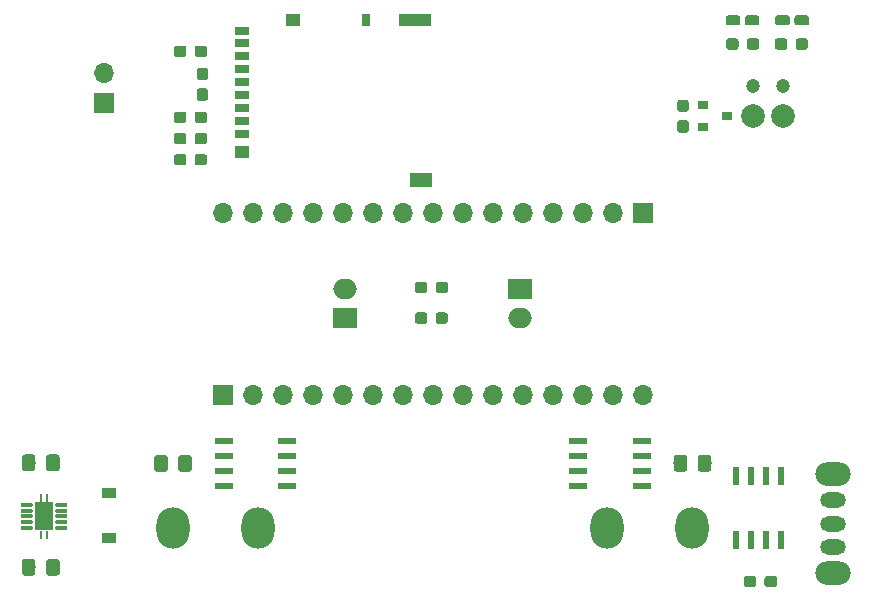
<source format=gbs>
G04 #@! TF.GenerationSoftware,KiCad,Pcbnew,(5.0.0)*
G04 #@! TF.CreationDate,2020-02-21T23:41:42+09:00*
G04 #@! TF.ProjectId,MiniRoverShield,4D696E69526F766572536869656C642E,rev?*
G04 #@! TF.SameCoordinates,Original*
G04 #@! TF.FileFunction,Soldermask,Bot*
G04 #@! TF.FilePolarity,Negative*
%FSLAX46Y46*%
G04 Gerber Fmt 4.6, Leading zero omitted, Abs format (unit mm)*
G04 Created by KiCad (PCBNEW (5.0.0)) date 02/21/20 23:41:42*
%MOMM*%
%LPD*%
G01*
G04 APERTURE LIST*
%ADD10C,0.100000*%
%ADD11C,0.950000*%
%ADD12R,0.600000X1.550000*%
%ADD13R,1.550000X0.600000*%
%ADD14C,0.850000*%
%ADD15C,1.150000*%
%ADD16O,2.000000X1.700000*%
%ADD17R,2.000000X1.700000*%
%ADD18R,1.700000X1.700000*%
%ADD19O,1.700000X1.700000*%
%ADD20O,0.990000X0.420000*%
%ADD21R,0.420000X0.420000*%
%ADD22R,0.680000X1.050000*%
%ADD23R,0.280000X0.700000*%
%ADD24R,0.260000X0.500000*%
%ADD25R,1.650000X2.400000*%
%ADD26C,0.600000*%
%ADD27R,0.900000X0.800000*%
%ADD28C,2.000000*%
%ADD29C,1.200000*%
%ADD30R,1.300000X0.900000*%
%ADD31O,2.800000X3.500000*%
%ADD32R,1.200000X0.700000*%
%ADD33R,1.200000X1.000000*%
%ADD34R,0.800000X1.000000*%
%ADD35R,2.800000X1.000000*%
%ADD36R,1.900000X1.300000*%
%ADD37O,3.000000X2.000000*%
%ADD38O,2.200000X1.300000*%
G04 APERTURE END LIST*
D10*
G04 #@! TO.C,C3*
G36*
X58810779Y-54681144D02*
X58833834Y-54684563D01*
X58856443Y-54690227D01*
X58878387Y-54698079D01*
X58899457Y-54708044D01*
X58919448Y-54720026D01*
X58938168Y-54733910D01*
X58955438Y-54749562D01*
X58971090Y-54766832D01*
X58984974Y-54785552D01*
X58996956Y-54805543D01*
X59006921Y-54826613D01*
X59014773Y-54848557D01*
X59020437Y-54871166D01*
X59023856Y-54894221D01*
X59025000Y-54917500D01*
X59025000Y-55492500D01*
X59023856Y-55515779D01*
X59020437Y-55538834D01*
X59014773Y-55561443D01*
X59006921Y-55583387D01*
X58996956Y-55604457D01*
X58984974Y-55624448D01*
X58971090Y-55643168D01*
X58955438Y-55660438D01*
X58938168Y-55676090D01*
X58919448Y-55689974D01*
X58899457Y-55701956D01*
X58878387Y-55711921D01*
X58856443Y-55719773D01*
X58833834Y-55725437D01*
X58810779Y-55728856D01*
X58787500Y-55730000D01*
X58312500Y-55730000D01*
X58289221Y-55728856D01*
X58266166Y-55725437D01*
X58243557Y-55719773D01*
X58221613Y-55711921D01*
X58200543Y-55701956D01*
X58180552Y-55689974D01*
X58161832Y-55676090D01*
X58144562Y-55660438D01*
X58128910Y-55643168D01*
X58115026Y-55624448D01*
X58103044Y-55604457D01*
X58093079Y-55583387D01*
X58085227Y-55561443D01*
X58079563Y-55538834D01*
X58076144Y-55515779D01*
X58075000Y-55492500D01*
X58075000Y-54917500D01*
X58076144Y-54894221D01*
X58079563Y-54871166D01*
X58085227Y-54848557D01*
X58093079Y-54826613D01*
X58103044Y-54805543D01*
X58115026Y-54785552D01*
X58128910Y-54766832D01*
X58144562Y-54749562D01*
X58161832Y-54733910D01*
X58180552Y-54720026D01*
X58200543Y-54708044D01*
X58221613Y-54698079D01*
X58243557Y-54690227D01*
X58266166Y-54684563D01*
X58289221Y-54681144D01*
X58312500Y-54680000D01*
X58787500Y-54680000D01*
X58810779Y-54681144D01*
X58810779Y-54681144D01*
G37*
D11*
X58550000Y-55205000D03*
D10*
G36*
X58810779Y-52931144D02*
X58833834Y-52934563D01*
X58856443Y-52940227D01*
X58878387Y-52948079D01*
X58899457Y-52958044D01*
X58919448Y-52970026D01*
X58938168Y-52983910D01*
X58955438Y-52999562D01*
X58971090Y-53016832D01*
X58984974Y-53035552D01*
X58996956Y-53055543D01*
X59006921Y-53076613D01*
X59014773Y-53098557D01*
X59020437Y-53121166D01*
X59023856Y-53144221D01*
X59025000Y-53167500D01*
X59025000Y-53742500D01*
X59023856Y-53765779D01*
X59020437Y-53788834D01*
X59014773Y-53811443D01*
X59006921Y-53833387D01*
X58996956Y-53854457D01*
X58984974Y-53874448D01*
X58971090Y-53893168D01*
X58955438Y-53910438D01*
X58938168Y-53926090D01*
X58919448Y-53939974D01*
X58899457Y-53951956D01*
X58878387Y-53961921D01*
X58856443Y-53969773D01*
X58833834Y-53975437D01*
X58810779Y-53978856D01*
X58787500Y-53980000D01*
X58312500Y-53980000D01*
X58289221Y-53978856D01*
X58266166Y-53975437D01*
X58243557Y-53969773D01*
X58221613Y-53961921D01*
X58200543Y-53951956D01*
X58180552Y-53939974D01*
X58161832Y-53926090D01*
X58144562Y-53910438D01*
X58128910Y-53893168D01*
X58115026Y-53874448D01*
X58103044Y-53854457D01*
X58093079Y-53833387D01*
X58085227Y-53811443D01*
X58079563Y-53788834D01*
X58076144Y-53765779D01*
X58075000Y-53742500D01*
X58075000Y-53167500D01*
X58076144Y-53144221D01*
X58079563Y-53121166D01*
X58085227Y-53098557D01*
X58093079Y-53076613D01*
X58103044Y-53055543D01*
X58115026Y-53035552D01*
X58128910Y-53016832D01*
X58144562Y-52999562D01*
X58161832Y-52983910D01*
X58180552Y-52970026D01*
X58200543Y-52958044D01*
X58221613Y-52948079D01*
X58243557Y-52940227D01*
X58266166Y-52934563D01*
X58289221Y-52931144D01*
X58312500Y-52930000D01*
X58787500Y-52930000D01*
X58810779Y-52931144D01*
X58810779Y-52931144D01*
G37*
D11*
X58550000Y-53455000D03*
G04 #@! TD*
D12*
G04 #@! TO.C,Q1*
X107555000Y-92880000D03*
X106285000Y-92880000D03*
X105015000Y-92880000D03*
X103745000Y-92880000D03*
X103745000Y-87480000D03*
X105015000Y-87480000D03*
X106285000Y-87480000D03*
X107555000Y-87480000D03*
G04 #@! TD*
D13*
G04 #@! TO.C,U4*
X90350000Y-84525000D03*
X90350000Y-85795000D03*
X90350000Y-87065000D03*
X90350000Y-88335000D03*
X95750000Y-88335000D03*
X95750000Y-87065000D03*
X95750000Y-85795000D03*
X95750000Y-84525000D03*
G04 #@! TD*
G04 #@! TO.C,U3*
X65750000Y-84525000D03*
X65750000Y-85795000D03*
X65750000Y-87065000D03*
X65750000Y-88335000D03*
X60350000Y-88335000D03*
X60350000Y-87065000D03*
X60350000Y-85795000D03*
X60350000Y-84525000D03*
G04 #@! TD*
D10*
G04 #@! TO.C,D2*
G36*
X109720829Y-48506023D02*
X109741457Y-48509083D01*
X109761685Y-48514150D01*
X109781320Y-48521176D01*
X109800172Y-48530092D01*
X109818059Y-48540813D01*
X109834809Y-48553235D01*
X109850260Y-48567240D01*
X109864265Y-48582691D01*
X109876687Y-48599441D01*
X109887408Y-48617328D01*
X109896324Y-48636180D01*
X109903350Y-48655815D01*
X109908417Y-48676043D01*
X109911477Y-48696671D01*
X109912500Y-48717500D01*
X109912500Y-49142500D01*
X109911477Y-49163329D01*
X109908417Y-49183957D01*
X109903350Y-49204185D01*
X109896324Y-49223820D01*
X109887408Y-49242672D01*
X109876687Y-49260559D01*
X109864265Y-49277309D01*
X109850260Y-49292760D01*
X109834809Y-49306765D01*
X109818059Y-49319187D01*
X109800172Y-49329908D01*
X109781320Y-49338824D01*
X109761685Y-49345850D01*
X109741457Y-49350917D01*
X109720829Y-49353977D01*
X109700000Y-49355000D01*
X108900000Y-49355000D01*
X108879171Y-49353977D01*
X108858543Y-49350917D01*
X108838315Y-49345850D01*
X108818680Y-49338824D01*
X108799828Y-49329908D01*
X108781941Y-49319187D01*
X108765191Y-49306765D01*
X108749740Y-49292760D01*
X108735735Y-49277309D01*
X108723313Y-49260559D01*
X108712592Y-49242672D01*
X108703676Y-49223820D01*
X108696650Y-49204185D01*
X108691583Y-49183957D01*
X108688523Y-49163329D01*
X108687500Y-49142500D01*
X108687500Y-48717500D01*
X108688523Y-48696671D01*
X108691583Y-48676043D01*
X108696650Y-48655815D01*
X108703676Y-48636180D01*
X108712592Y-48617328D01*
X108723313Y-48599441D01*
X108735735Y-48582691D01*
X108749740Y-48567240D01*
X108765191Y-48553235D01*
X108781941Y-48540813D01*
X108799828Y-48530092D01*
X108818680Y-48521176D01*
X108838315Y-48514150D01*
X108858543Y-48509083D01*
X108879171Y-48506023D01*
X108900000Y-48505000D01*
X109700000Y-48505000D01*
X109720829Y-48506023D01*
X109720829Y-48506023D01*
G37*
D14*
X109300000Y-48930000D03*
D10*
G36*
X108095829Y-48506023D02*
X108116457Y-48509083D01*
X108136685Y-48514150D01*
X108156320Y-48521176D01*
X108175172Y-48530092D01*
X108193059Y-48540813D01*
X108209809Y-48553235D01*
X108225260Y-48567240D01*
X108239265Y-48582691D01*
X108251687Y-48599441D01*
X108262408Y-48617328D01*
X108271324Y-48636180D01*
X108278350Y-48655815D01*
X108283417Y-48676043D01*
X108286477Y-48696671D01*
X108287500Y-48717500D01*
X108287500Y-49142500D01*
X108286477Y-49163329D01*
X108283417Y-49183957D01*
X108278350Y-49204185D01*
X108271324Y-49223820D01*
X108262408Y-49242672D01*
X108251687Y-49260559D01*
X108239265Y-49277309D01*
X108225260Y-49292760D01*
X108209809Y-49306765D01*
X108193059Y-49319187D01*
X108175172Y-49329908D01*
X108156320Y-49338824D01*
X108136685Y-49345850D01*
X108116457Y-49350917D01*
X108095829Y-49353977D01*
X108075000Y-49355000D01*
X107275000Y-49355000D01*
X107254171Y-49353977D01*
X107233543Y-49350917D01*
X107213315Y-49345850D01*
X107193680Y-49338824D01*
X107174828Y-49329908D01*
X107156941Y-49319187D01*
X107140191Y-49306765D01*
X107124740Y-49292760D01*
X107110735Y-49277309D01*
X107098313Y-49260559D01*
X107087592Y-49242672D01*
X107078676Y-49223820D01*
X107071650Y-49204185D01*
X107066583Y-49183957D01*
X107063523Y-49163329D01*
X107062500Y-49142500D01*
X107062500Y-48717500D01*
X107063523Y-48696671D01*
X107066583Y-48676043D01*
X107071650Y-48655815D01*
X107078676Y-48636180D01*
X107087592Y-48617328D01*
X107098313Y-48599441D01*
X107110735Y-48582691D01*
X107124740Y-48567240D01*
X107140191Y-48553235D01*
X107156941Y-48540813D01*
X107174828Y-48530092D01*
X107193680Y-48521176D01*
X107213315Y-48514150D01*
X107233543Y-48509083D01*
X107254171Y-48506023D01*
X107275000Y-48505000D01*
X108075000Y-48505000D01*
X108095829Y-48506023D01*
X108095829Y-48506023D01*
G37*
D14*
X107675000Y-48930000D03*
G04 #@! TD*
D10*
G04 #@! TO.C,D1*
G36*
X103908329Y-48506023D02*
X103928957Y-48509083D01*
X103949185Y-48514150D01*
X103968820Y-48521176D01*
X103987672Y-48530092D01*
X104005559Y-48540813D01*
X104022309Y-48553235D01*
X104037760Y-48567240D01*
X104051765Y-48582691D01*
X104064187Y-48599441D01*
X104074908Y-48617328D01*
X104083824Y-48636180D01*
X104090850Y-48655815D01*
X104095917Y-48676043D01*
X104098977Y-48696671D01*
X104100000Y-48717500D01*
X104100000Y-49142500D01*
X104098977Y-49163329D01*
X104095917Y-49183957D01*
X104090850Y-49204185D01*
X104083824Y-49223820D01*
X104074908Y-49242672D01*
X104064187Y-49260559D01*
X104051765Y-49277309D01*
X104037760Y-49292760D01*
X104022309Y-49306765D01*
X104005559Y-49319187D01*
X103987672Y-49329908D01*
X103968820Y-49338824D01*
X103949185Y-49345850D01*
X103928957Y-49350917D01*
X103908329Y-49353977D01*
X103887500Y-49355000D01*
X103087500Y-49355000D01*
X103066671Y-49353977D01*
X103046043Y-49350917D01*
X103025815Y-49345850D01*
X103006180Y-49338824D01*
X102987328Y-49329908D01*
X102969441Y-49319187D01*
X102952691Y-49306765D01*
X102937240Y-49292760D01*
X102923235Y-49277309D01*
X102910813Y-49260559D01*
X102900092Y-49242672D01*
X102891176Y-49223820D01*
X102884150Y-49204185D01*
X102879083Y-49183957D01*
X102876023Y-49163329D01*
X102875000Y-49142500D01*
X102875000Y-48717500D01*
X102876023Y-48696671D01*
X102879083Y-48676043D01*
X102884150Y-48655815D01*
X102891176Y-48636180D01*
X102900092Y-48617328D01*
X102910813Y-48599441D01*
X102923235Y-48582691D01*
X102937240Y-48567240D01*
X102952691Y-48553235D01*
X102969441Y-48540813D01*
X102987328Y-48530092D01*
X103006180Y-48521176D01*
X103025815Y-48514150D01*
X103046043Y-48509083D01*
X103066671Y-48506023D01*
X103087500Y-48505000D01*
X103887500Y-48505000D01*
X103908329Y-48506023D01*
X103908329Y-48506023D01*
G37*
D14*
X103487500Y-48930000D03*
D10*
G36*
X105533329Y-48506023D02*
X105553957Y-48509083D01*
X105574185Y-48514150D01*
X105593820Y-48521176D01*
X105612672Y-48530092D01*
X105630559Y-48540813D01*
X105647309Y-48553235D01*
X105662760Y-48567240D01*
X105676765Y-48582691D01*
X105689187Y-48599441D01*
X105699908Y-48617328D01*
X105708824Y-48636180D01*
X105715850Y-48655815D01*
X105720917Y-48676043D01*
X105723977Y-48696671D01*
X105725000Y-48717500D01*
X105725000Y-49142500D01*
X105723977Y-49163329D01*
X105720917Y-49183957D01*
X105715850Y-49204185D01*
X105708824Y-49223820D01*
X105699908Y-49242672D01*
X105689187Y-49260559D01*
X105676765Y-49277309D01*
X105662760Y-49292760D01*
X105647309Y-49306765D01*
X105630559Y-49319187D01*
X105612672Y-49329908D01*
X105593820Y-49338824D01*
X105574185Y-49345850D01*
X105553957Y-49350917D01*
X105533329Y-49353977D01*
X105512500Y-49355000D01*
X104712500Y-49355000D01*
X104691671Y-49353977D01*
X104671043Y-49350917D01*
X104650815Y-49345850D01*
X104631180Y-49338824D01*
X104612328Y-49329908D01*
X104594441Y-49319187D01*
X104577691Y-49306765D01*
X104562240Y-49292760D01*
X104548235Y-49277309D01*
X104535813Y-49260559D01*
X104525092Y-49242672D01*
X104516176Y-49223820D01*
X104509150Y-49204185D01*
X104504083Y-49183957D01*
X104501023Y-49163329D01*
X104500000Y-49142500D01*
X104500000Y-48717500D01*
X104501023Y-48696671D01*
X104504083Y-48676043D01*
X104509150Y-48655815D01*
X104516176Y-48636180D01*
X104525092Y-48617328D01*
X104535813Y-48599441D01*
X104548235Y-48582691D01*
X104562240Y-48567240D01*
X104577691Y-48553235D01*
X104594441Y-48540813D01*
X104612328Y-48530092D01*
X104631180Y-48521176D01*
X104650815Y-48514150D01*
X104671043Y-48509083D01*
X104691671Y-48506023D01*
X104712500Y-48505000D01*
X105512500Y-48505000D01*
X105533329Y-48506023D01*
X105533329Y-48506023D01*
G37*
D14*
X105112500Y-48930000D03*
G04 #@! TD*
D10*
G04 #@! TO.C,C1*
G36*
X46249505Y-94531204D02*
X46273773Y-94534804D01*
X46297572Y-94540765D01*
X46320671Y-94549030D01*
X46342850Y-94559520D01*
X46363893Y-94572132D01*
X46383599Y-94586747D01*
X46401777Y-94603223D01*
X46418253Y-94621401D01*
X46432868Y-94641107D01*
X46445480Y-94662150D01*
X46455970Y-94684329D01*
X46464235Y-94707428D01*
X46470196Y-94731227D01*
X46473796Y-94755495D01*
X46475000Y-94779999D01*
X46475000Y-95680001D01*
X46473796Y-95704505D01*
X46470196Y-95728773D01*
X46464235Y-95752572D01*
X46455970Y-95775671D01*
X46445480Y-95797850D01*
X46432868Y-95818893D01*
X46418253Y-95838599D01*
X46401777Y-95856777D01*
X46383599Y-95873253D01*
X46363893Y-95887868D01*
X46342850Y-95900480D01*
X46320671Y-95910970D01*
X46297572Y-95919235D01*
X46273773Y-95925196D01*
X46249505Y-95928796D01*
X46225001Y-95930000D01*
X45574999Y-95930000D01*
X45550495Y-95928796D01*
X45526227Y-95925196D01*
X45502428Y-95919235D01*
X45479329Y-95910970D01*
X45457150Y-95900480D01*
X45436107Y-95887868D01*
X45416401Y-95873253D01*
X45398223Y-95856777D01*
X45381747Y-95838599D01*
X45367132Y-95818893D01*
X45354520Y-95797850D01*
X45344030Y-95775671D01*
X45335765Y-95752572D01*
X45329804Y-95728773D01*
X45326204Y-95704505D01*
X45325000Y-95680001D01*
X45325000Y-94779999D01*
X45326204Y-94755495D01*
X45329804Y-94731227D01*
X45335765Y-94707428D01*
X45344030Y-94684329D01*
X45354520Y-94662150D01*
X45367132Y-94641107D01*
X45381747Y-94621401D01*
X45398223Y-94603223D01*
X45416401Y-94586747D01*
X45436107Y-94572132D01*
X45457150Y-94559520D01*
X45479329Y-94549030D01*
X45502428Y-94540765D01*
X45526227Y-94534804D01*
X45550495Y-94531204D01*
X45574999Y-94530000D01*
X46225001Y-94530000D01*
X46249505Y-94531204D01*
X46249505Y-94531204D01*
G37*
D15*
X45900000Y-95230000D03*
D10*
G36*
X44199505Y-94531204D02*
X44223773Y-94534804D01*
X44247572Y-94540765D01*
X44270671Y-94549030D01*
X44292850Y-94559520D01*
X44313893Y-94572132D01*
X44333599Y-94586747D01*
X44351777Y-94603223D01*
X44368253Y-94621401D01*
X44382868Y-94641107D01*
X44395480Y-94662150D01*
X44405970Y-94684329D01*
X44414235Y-94707428D01*
X44420196Y-94731227D01*
X44423796Y-94755495D01*
X44425000Y-94779999D01*
X44425000Y-95680001D01*
X44423796Y-95704505D01*
X44420196Y-95728773D01*
X44414235Y-95752572D01*
X44405970Y-95775671D01*
X44395480Y-95797850D01*
X44382868Y-95818893D01*
X44368253Y-95838599D01*
X44351777Y-95856777D01*
X44333599Y-95873253D01*
X44313893Y-95887868D01*
X44292850Y-95900480D01*
X44270671Y-95910970D01*
X44247572Y-95919235D01*
X44223773Y-95925196D01*
X44199505Y-95928796D01*
X44175001Y-95930000D01*
X43524999Y-95930000D01*
X43500495Y-95928796D01*
X43476227Y-95925196D01*
X43452428Y-95919235D01*
X43429329Y-95910970D01*
X43407150Y-95900480D01*
X43386107Y-95887868D01*
X43366401Y-95873253D01*
X43348223Y-95856777D01*
X43331747Y-95838599D01*
X43317132Y-95818893D01*
X43304520Y-95797850D01*
X43294030Y-95775671D01*
X43285765Y-95752572D01*
X43279804Y-95728773D01*
X43276204Y-95704505D01*
X43275000Y-95680001D01*
X43275000Y-94779999D01*
X43276204Y-94755495D01*
X43279804Y-94731227D01*
X43285765Y-94707428D01*
X43294030Y-94684329D01*
X43304520Y-94662150D01*
X43317132Y-94641107D01*
X43331747Y-94621401D01*
X43348223Y-94603223D01*
X43366401Y-94586747D01*
X43386107Y-94572132D01*
X43407150Y-94559520D01*
X43429329Y-94549030D01*
X43452428Y-94540765D01*
X43476227Y-94534804D01*
X43500495Y-94531204D01*
X43524999Y-94530000D01*
X44175001Y-94530000D01*
X44199505Y-94531204D01*
X44199505Y-94531204D01*
G37*
D15*
X43850000Y-95230000D03*
G04 #@! TD*
D10*
G04 #@! TO.C,C2*
G36*
X46249505Y-85681204D02*
X46273773Y-85684804D01*
X46297572Y-85690765D01*
X46320671Y-85699030D01*
X46342850Y-85709520D01*
X46363893Y-85722132D01*
X46383599Y-85736747D01*
X46401777Y-85753223D01*
X46418253Y-85771401D01*
X46432868Y-85791107D01*
X46445480Y-85812150D01*
X46455970Y-85834329D01*
X46464235Y-85857428D01*
X46470196Y-85881227D01*
X46473796Y-85905495D01*
X46475000Y-85929999D01*
X46475000Y-86830001D01*
X46473796Y-86854505D01*
X46470196Y-86878773D01*
X46464235Y-86902572D01*
X46455970Y-86925671D01*
X46445480Y-86947850D01*
X46432868Y-86968893D01*
X46418253Y-86988599D01*
X46401777Y-87006777D01*
X46383599Y-87023253D01*
X46363893Y-87037868D01*
X46342850Y-87050480D01*
X46320671Y-87060970D01*
X46297572Y-87069235D01*
X46273773Y-87075196D01*
X46249505Y-87078796D01*
X46225001Y-87080000D01*
X45574999Y-87080000D01*
X45550495Y-87078796D01*
X45526227Y-87075196D01*
X45502428Y-87069235D01*
X45479329Y-87060970D01*
X45457150Y-87050480D01*
X45436107Y-87037868D01*
X45416401Y-87023253D01*
X45398223Y-87006777D01*
X45381747Y-86988599D01*
X45367132Y-86968893D01*
X45354520Y-86947850D01*
X45344030Y-86925671D01*
X45335765Y-86902572D01*
X45329804Y-86878773D01*
X45326204Y-86854505D01*
X45325000Y-86830001D01*
X45325000Y-85929999D01*
X45326204Y-85905495D01*
X45329804Y-85881227D01*
X45335765Y-85857428D01*
X45344030Y-85834329D01*
X45354520Y-85812150D01*
X45367132Y-85791107D01*
X45381747Y-85771401D01*
X45398223Y-85753223D01*
X45416401Y-85736747D01*
X45436107Y-85722132D01*
X45457150Y-85709520D01*
X45479329Y-85699030D01*
X45502428Y-85690765D01*
X45526227Y-85684804D01*
X45550495Y-85681204D01*
X45574999Y-85680000D01*
X46225001Y-85680000D01*
X46249505Y-85681204D01*
X46249505Y-85681204D01*
G37*
D15*
X45900000Y-86380000D03*
D10*
G36*
X44199505Y-85681204D02*
X44223773Y-85684804D01*
X44247572Y-85690765D01*
X44270671Y-85699030D01*
X44292850Y-85709520D01*
X44313893Y-85722132D01*
X44333599Y-85736747D01*
X44351777Y-85753223D01*
X44368253Y-85771401D01*
X44382868Y-85791107D01*
X44395480Y-85812150D01*
X44405970Y-85834329D01*
X44414235Y-85857428D01*
X44420196Y-85881227D01*
X44423796Y-85905495D01*
X44425000Y-85929999D01*
X44425000Y-86830001D01*
X44423796Y-86854505D01*
X44420196Y-86878773D01*
X44414235Y-86902572D01*
X44405970Y-86925671D01*
X44395480Y-86947850D01*
X44382868Y-86968893D01*
X44368253Y-86988599D01*
X44351777Y-87006777D01*
X44333599Y-87023253D01*
X44313893Y-87037868D01*
X44292850Y-87050480D01*
X44270671Y-87060970D01*
X44247572Y-87069235D01*
X44223773Y-87075196D01*
X44199505Y-87078796D01*
X44175001Y-87080000D01*
X43524999Y-87080000D01*
X43500495Y-87078796D01*
X43476227Y-87075196D01*
X43452428Y-87069235D01*
X43429329Y-87060970D01*
X43407150Y-87050480D01*
X43386107Y-87037868D01*
X43366401Y-87023253D01*
X43348223Y-87006777D01*
X43331747Y-86988599D01*
X43317132Y-86968893D01*
X43304520Y-86947850D01*
X43294030Y-86925671D01*
X43285765Y-86902572D01*
X43279804Y-86878773D01*
X43276204Y-86854505D01*
X43275000Y-86830001D01*
X43275000Y-85929999D01*
X43276204Y-85905495D01*
X43279804Y-85881227D01*
X43285765Y-85857428D01*
X43294030Y-85834329D01*
X43304520Y-85812150D01*
X43317132Y-85791107D01*
X43331747Y-85771401D01*
X43348223Y-85753223D01*
X43366401Y-85736747D01*
X43386107Y-85722132D01*
X43407150Y-85709520D01*
X43429329Y-85699030D01*
X43452428Y-85690765D01*
X43476227Y-85684804D01*
X43500495Y-85681204D01*
X43524999Y-85680000D01*
X44175001Y-85680000D01*
X44199505Y-85681204D01*
X44199505Y-85681204D01*
G37*
D15*
X43850000Y-86380000D03*
G04 #@! TD*
D10*
G04 #@! TO.C,C4*
G36*
X55399505Y-85731204D02*
X55423773Y-85734804D01*
X55447572Y-85740765D01*
X55470671Y-85749030D01*
X55492850Y-85759520D01*
X55513893Y-85772132D01*
X55533599Y-85786747D01*
X55551777Y-85803223D01*
X55568253Y-85821401D01*
X55582868Y-85841107D01*
X55595480Y-85862150D01*
X55605970Y-85884329D01*
X55614235Y-85907428D01*
X55620196Y-85931227D01*
X55623796Y-85955495D01*
X55625000Y-85979999D01*
X55625000Y-86880001D01*
X55623796Y-86904505D01*
X55620196Y-86928773D01*
X55614235Y-86952572D01*
X55605970Y-86975671D01*
X55595480Y-86997850D01*
X55582868Y-87018893D01*
X55568253Y-87038599D01*
X55551777Y-87056777D01*
X55533599Y-87073253D01*
X55513893Y-87087868D01*
X55492850Y-87100480D01*
X55470671Y-87110970D01*
X55447572Y-87119235D01*
X55423773Y-87125196D01*
X55399505Y-87128796D01*
X55375001Y-87130000D01*
X54724999Y-87130000D01*
X54700495Y-87128796D01*
X54676227Y-87125196D01*
X54652428Y-87119235D01*
X54629329Y-87110970D01*
X54607150Y-87100480D01*
X54586107Y-87087868D01*
X54566401Y-87073253D01*
X54548223Y-87056777D01*
X54531747Y-87038599D01*
X54517132Y-87018893D01*
X54504520Y-86997850D01*
X54494030Y-86975671D01*
X54485765Y-86952572D01*
X54479804Y-86928773D01*
X54476204Y-86904505D01*
X54475000Y-86880001D01*
X54475000Y-85979999D01*
X54476204Y-85955495D01*
X54479804Y-85931227D01*
X54485765Y-85907428D01*
X54494030Y-85884329D01*
X54504520Y-85862150D01*
X54517132Y-85841107D01*
X54531747Y-85821401D01*
X54548223Y-85803223D01*
X54566401Y-85786747D01*
X54586107Y-85772132D01*
X54607150Y-85759520D01*
X54629329Y-85749030D01*
X54652428Y-85740765D01*
X54676227Y-85734804D01*
X54700495Y-85731204D01*
X54724999Y-85730000D01*
X55375001Y-85730000D01*
X55399505Y-85731204D01*
X55399505Y-85731204D01*
G37*
D15*
X55050000Y-86430000D03*
D10*
G36*
X57449505Y-85731204D02*
X57473773Y-85734804D01*
X57497572Y-85740765D01*
X57520671Y-85749030D01*
X57542850Y-85759520D01*
X57563893Y-85772132D01*
X57583599Y-85786747D01*
X57601777Y-85803223D01*
X57618253Y-85821401D01*
X57632868Y-85841107D01*
X57645480Y-85862150D01*
X57655970Y-85884329D01*
X57664235Y-85907428D01*
X57670196Y-85931227D01*
X57673796Y-85955495D01*
X57675000Y-85979999D01*
X57675000Y-86880001D01*
X57673796Y-86904505D01*
X57670196Y-86928773D01*
X57664235Y-86952572D01*
X57655970Y-86975671D01*
X57645480Y-86997850D01*
X57632868Y-87018893D01*
X57618253Y-87038599D01*
X57601777Y-87056777D01*
X57583599Y-87073253D01*
X57563893Y-87087868D01*
X57542850Y-87100480D01*
X57520671Y-87110970D01*
X57497572Y-87119235D01*
X57473773Y-87125196D01*
X57449505Y-87128796D01*
X57425001Y-87130000D01*
X56774999Y-87130000D01*
X56750495Y-87128796D01*
X56726227Y-87125196D01*
X56702428Y-87119235D01*
X56679329Y-87110970D01*
X56657150Y-87100480D01*
X56636107Y-87087868D01*
X56616401Y-87073253D01*
X56598223Y-87056777D01*
X56581747Y-87038599D01*
X56567132Y-87018893D01*
X56554520Y-86997850D01*
X56544030Y-86975671D01*
X56535765Y-86952572D01*
X56529804Y-86928773D01*
X56526204Y-86904505D01*
X56525000Y-86880001D01*
X56525000Y-85979999D01*
X56526204Y-85955495D01*
X56529804Y-85931227D01*
X56535765Y-85907428D01*
X56544030Y-85884329D01*
X56554520Y-85862150D01*
X56567132Y-85841107D01*
X56581747Y-85821401D01*
X56598223Y-85803223D01*
X56616401Y-85786747D01*
X56636107Y-85772132D01*
X56657150Y-85759520D01*
X56679329Y-85749030D01*
X56702428Y-85740765D01*
X56726227Y-85734804D01*
X56750495Y-85731204D01*
X56774999Y-85730000D01*
X57425001Y-85730000D01*
X57449505Y-85731204D01*
X57449505Y-85731204D01*
G37*
D15*
X57100000Y-86430000D03*
G04 #@! TD*
D10*
G04 #@! TO.C,C5*
G36*
X99374505Y-85731204D02*
X99398773Y-85734804D01*
X99422572Y-85740765D01*
X99445671Y-85749030D01*
X99467850Y-85759520D01*
X99488893Y-85772132D01*
X99508599Y-85786747D01*
X99526777Y-85803223D01*
X99543253Y-85821401D01*
X99557868Y-85841107D01*
X99570480Y-85862150D01*
X99580970Y-85884329D01*
X99589235Y-85907428D01*
X99595196Y-85931227D01*
X99598796Y-85955495D01*
X99600000Y-85979999D01*
X99600000Y-86880001D01*
X99598796Y-86904505D01*
X99595196Y-86928773D01*
X99589235Y-86952572D01*
X99580970Y-86975671D01*
X99570480Y-86997850D01*
X99557868Y-87018893D01*
X99543253Y-87038599D01*
X99526777Y-87056777D01*
X99508599Y-87073253D01*
X99488893Y-87087868D01*
X99467850Y-87100480D01*
X99445671Y-87110970D01*
X99422572Y-87119235D01*
X99398773Y-87125196D01*
X99374505Y-87128796D01*
X99350001Y-87130000D01*
X98699999Y-87130000D01*
X98675495Y-87128796D01*
X98651227Y-87125196D01*
X98627428Y-87119235D01*
X98604329Y-87110970D01*
X98582150Y-87100480D01*
X98561107Y-87087868D01*
X98541401Y-87073253D01*
X98523223Y-87056777D01*
X98506747Y-87038599D01*
X98492132Y-87018893D01*
X98479520Y-86997850D01*
X98469030Y-86975671D01*
X98460765Y-86952572D01*
X98454804Y-86928773D01*
X98451204Y-86904505D01*
X98450000Y-86880001D01*
X98450000Y-85979999D01*
X98451204Y-85955495D01*
X98454804Y-85931227D01*
X98460765Y-85907428D01*
X98469030Y-85884329D01*
X98479520Y-85862150D01*
X98492132Y-85841107D01*
X98506747Y-85821401D01*
X98523223Y-85803223D01*
X98541401Y-85786747D01*
X98561107Y-85772132D01*
X98582150Y-85759520D01*
X98604329Y-85749030D01*
X98627428Y-85740765D01*
X98651227Y-85734804D01*
X98675495Y-85731204D01*
X98699999Y-85730000D01*
X99350001Y-85730000D01*
X99374505Y-85731204D01*
X99374505Y-85731204D01*
G37*
D15*
X99025000Y-86430000D03*
D10*
G36*
X101424505Y-85731204D02*
X101448773Y-85734804D01*
X101472572Y-85740765D01*
X101495671Y-85749030D01*
X101517850Y-85759520D01*
X101538893Y-85772132D01*
X101558599Y-85786747D01*
X101576777Y-85803223D01*
X101593253Y-85821401D01*
X101607868Y-85841107D01*
X101620480Y-85862150D01*
X101630970Y-85884329D01*
X101639235Y-85907428D01*
X101645196Y-85931227D01*
X101648796Y-85955495D01*
X101650000Y-85979999D01*
X101650000Y-86880001D01*
X101648796Y-86904505D01*
X101645196Y-86928773D01*
X101639235Y-86952572D01*
X101630970Y-86975671D01*
X101620480Y-86997850D01*
X101607868Y-87018893D01*
X101593253Y-87038599D01*
X101576777Y-87056777D01*
X101558599Y-87073253D01*
X101538893Y-87087868D01*
X101517850Y-87100480D01*
X101495671Y-87110970D01*
X101472572Y-87119235D01*
X101448773Y-87125196D01*
X101424505Y-87128796D01*
X101400001Y-87130000D01*
X100749999Y-87130000D01*
X100725495Y-87128796D01*
X100701227Y-87125196D01*
X100677428Y-87119235D01*
X100654329Y-87110970D01*
X100632150Y-87100480D01*
X100611107Y-87087868D01*
X100591401Y-87073253D01*
X100573223Y-87056777D01*
X100556747Y-87038599D01*
X100542132Y-87018893D01*
X100529520Y-86997850D01*
X100519030Y-86975671D01*
X100510765Y-86952572D01*
X100504804Y-86928773D01*
X100501204Y-86904505D01*
X100500000Y-86880001D01*
X100500000Y-85979999D01*
X100501204Y-85955495D01*
X100504804Y-85931227D01*
X100510765Y-85907428D01*
X100519030Y-85884329D01*
X100529520Y-85862150D01*
X100542132Y-85841107D01*
X100556747Y-85821401D01*
X100573223Y-85803223D01*
X100591401Y-85786747D01*
X100611107Y-85772132D01*
X100632150Y-85759520D01*
X100654329Y-85749030D01*
X100677428Y-85740765D01*
X100701227Y-85734804D01*
X100725495Y-85731204D01*
X100749999Y-85730000D01*
X101400001Y-85730000D01*
X101424505Y-85731204D01*
X101424505Y-85731204D01*
G37*
D15*
X101075000Y-86430000D03*
G04 #@! TD*
D16*
G04 #@! TO.C,M1*
X70650000Y-71630000D03*
D17*
X70650000Y-74130000D03*
G04 #@! TD*
G04 #@! TO.C,M2*
X85450000Y-71630000D03*
D16*
X85450000Y-74130000D03*
G04 #@! TD*
D18*
G04 #@! TO.C,J1*
X50250000Y-55930000D03*
D19*
X50250000Y-53390000D03*
G04 #@! TD*
D20*
G04 #@! TO.C,U1*
X46625000Y-89930000D03*
X46625000Y-90430000D03*
D21*
X46910000Y-90930000D03*
D20*
X46625000Y-91430000D03*
D21*
X46910000Y-91930000D03*
D20*
X43675000Y-91930000D03*
X43675000Y-91430000D03*
D21*
X43390000Y-90930000D03*
X43390000Y-90430000D03*
X43390000Y-89930000D03*
D22*
X45600000Y-90295000D03*
D23*
X45400000Y-89380000D03*
D24*
X45400000Y-89300000D03*
D23*
X44900000Y-89380000D03*
X45400000Y-92480000D03*
X44900000Y-92480000D03*
D24*
X44900000Y-89300000D03*
X45400000Y-92560000D03*
X44900000Y-92560000D03*
D22*
X44700000Y-90295000D03*
X45600000Y-91565000D03*
X44700000Y-91565000D03*
D25*
X45150000Y-90930000D03*
D21*
X46910000Y-89930000D03*
X46910000Y-90430000D03*
D20*
X46625000Y-90930000D03*
D21*
X46910000Y-91430000D03*
D20*
X46625000Y-91930000D03*
D21*
X43390000Y-91930000D03*
X43390000Y-91430000D03*
D20*
X43675000Y-90930000D03*
X43675000Y-90430000D03*
X43675000Y-89930000D03*
D26*
X44650000Y-91680000D03*
X45150000Y-90930000D03*
X44650000Y-90180000D03*
X45650000Y-90180000D03*
X45650000Y-91680000D03*
G04 #@! TD*
D27*
G04 #@! TO.C,Q2*
X100950000Y-57980000D03*
X100950000Y-56080000D03*
X102950000Y-57030000D03*
G04 #@! TD*
D10*
G04 #@! TO.C,R3*
G36*
X99510779Y-55631144D02*
X99533834Y-55634563D01*
X99556443Y-55640227D01*
X99578387Y-55648079D01*
X99599457Y-55658044D01*
X99619448Y-55670026D01*
X99638168Y-55683910D01*
X99655438Y-55699562D01*
X99671090Y-55716832D01*
X99684974Y-55735552D01*
X99696956Y-55755543D01*
X99706921Y-55776613D01*
X99714773Y-55798557D01*
X99720437Y-55821166D01*
X99723856Y-55844221D01*
X99725000Y-55867500D01*
X99725000Y-56442500D01*
X99723856Y-56465779D01*
X99720437Y-56488834D01*
X99714773Y-56511443D01*
X99706921Y-56533387D01*
X99696956Y-56554457D01*
X99684974Y-56574448D01*
X99671090Y-56593168D01*
X99655438Y-56610438D01*
X99638168Y-56626090D01*
X99619448Y-56639974D01*
X99599457Y-56651956D01*
X99578387Y-56661921D01*
X99556443Y-56669773D01*
X99533834Y-56675437D01*
X99510779Y-56678856D01*
X99487500Y-56680000D01*
X99012500Y-56680000D01*
X98989221Y-56678856D01*
X98966166Y-56675437D01*
X98943557Y-56669773D01*
X98921613Y-56661921D01*
X98900543Y-56651956D01*
X98880552Y-56639974D01*
X98861832Y-56626090D01*
X98844562Y-56610438D01*
X98828910Y-56593168D01*
X98815026Y-56574448D01*
X98803044Y-56554457D01*
X98793079Y-56533387D01*
X98785227Y-56511443D01*
X98779563Y-56488834D01*
X98776144Y-56465779D01*
X98775000Y-56442500D01*
X98775000Y-55867500D01*
X98776144Y-55844221D01*
X98779563Y-55821166D01*
X98785227Y-55798557D01*
X98793079Y-55776613D01*
X98803044Y-55755543D01*
X98815026Y-55735552D01*
X98828910Y-55716832D01*
X98844562Y-55699562D01*
X98861832Y-55683910D01*
X98880552Y-55670026D01*
X98900543Y-55658044D01*
X98921613Y-55648079D01*
X98943557Y-55640227D01*
X98966166Y-55634563D01*
X98989221Y-55631144D01*
X99012500Y-55630000D01*
X99487500Y-55630000D01*
X99510779Y-55631144D01*
X99510779Y-55631144D01*
G37*
D11*
X99250000Y-56155000D03*
D10*
G36*
X99510779Y-57381144D02*
X99533834Y-57384563D01*
X99556443Y-57390227D01*
X99578387Y-57398079D01*
X99599457Y-57408044D01*
X99619448Y-57420026D01*
X99638168Y-57433910D01*
X99655438Y-57449562D01*
X99671090Y-57466832D01*
X99684974Y-57485552D01*
X99696956Y-57505543D01*
X99706921Y-57526613D01*
X99714773Y-57548557D01*
X99720437Y-57571166D01*
X99723856Y-57594221D01*
X99725000Y-57617500D01*
X99725000Y-58192500D01*
X99723856Y-58215779D01*
X99720437Y-58238834D01*
X99714773Y-58261443D01*
X99706921Y-58283387D01*
X99696956Y-58304457D01*
X99684974Y-58324448D01*
X99671090Y-58343168D01*
X99655438Y-58360438D01*
X99638168Y-58376090D01*
X99619448Y-58389974D01*
X99599457Y-58401956D01*
X99578387Y-58411921D01*
X99556443Y-58419773D01*
X99533834Y-58425437D01*
X99510779Y-58428856D01*
X99487500Y-58430000D01*
X99012500Y-58430000D01*
X98989221Y-58428856D01*
X98966166Y-58425437D01*
X98943557Y-58419773D01*
X98921613Y-58411921D01*
X98900543Y-58401956D01*
X98880552Y-58389974D01*
X98861832Y-58376090D01*
X98844562Y-58360438D01*
X98828910Y-58343168D01*
X98815026Y-58324448D01*
X98803044Y-58304457D01*
X98793079Y-58283387D01*
X98785227Y-58261443D01*
X98779563Y-58238834D01*
X98776144Y-58215779D01*
X98775000Y-58192500D01*
X98775000Y-57617500D01*
X98776144Y-57594221D01*
X98779563Y-57571166D01*
X98785227Y-57548557D01*
X98793079Y-57526613D01*
X98803044Y-57505543D01*
X98815026Y-57485552D01*
X98828910Y-57466832D01*
X98844562Y-57449562D01*
X98861832Y-57433910D01*
X98880552Y-57420026D01*
X98900543Y-57408044D01*
X98921613Y-57398079D01*
X98943557Y-57390227D01*
X98966166Y-57384563D01*
X98989221Y-57381144D01*
X99012500Y-57380000D01*
X99487500Y-57380000D01*
X99510779Y-57381144D01*
X99510779Y-57381144D01*
G37*
D11*
X99250000Y-57905000D03*
G04 #@! TD*
D10*
G04 #@! TO.C,R14*
G36*
X77385779Y-71056144D02*
X77408834Y-71059563D01*
X77431443Y-71065227D01*
X77453387Y-71073079D01*
X77474457Y-71083044D01*
X77494448Y-71095026D01*
X77513168Y-71108910D01*
X77530438Y-71124562D01*
X77546090Y-71141832D01*
X77559974Y-71160552D01*
X77571956Y-71180543D01*
X77581921Y-71201613D01*
X77589773Y-71223557D01*
X77595437Y-71246166D01*
X77598856Y-71269221D01*
X77600000Y-71292500D01*
X77600000Y-71767500D01*
X77598856Y-71790779D01*
X77595437Y-71813834D01*
X77589773Y-71836443D01*
X77581921Y-71858387D01*
X77571956Y-71879457D01*
X77559974Y-71899448D01*
X77546090Y-71918168D01*
X77530438Y-71935438D01*
X77513168Y-71951090D01*
X77494448Y-71964974D01*
X77474457Y-71976956D01*
X77453387Y-71986921D01*
X77431443Y-71994773D01*
X77408834Y-72000437D01*
X77385779Y-72003856D01*
X77362500Y-72005000D01*
X76787500Y-72005000D01*
X76764221Y-72003856D01*
X76741166Y-72000437D01*
X76718557Y-71994773D01*
X76696613Y-71986921D01*
X76675543Y-71976956D01*
X76655552Y-71964974D01*
X76636832Y-71951090D01*
X76619562Y-71935438D01*
X76603910Y-71918168D01*
X76590026Y-71899448D01*
X76578044Y-71879457D01*
X76568079Y-71858387D01*
X76560227Y-71836443D01*
X76554563Y-71813834D01*
X76551144Y-71790779D01*
X76550000Y-71767500D01*
X76550000Y-71292500D01*
X76551144Y-71269221D01*
X76554563Y-71246166D01*
X76560227Y-71223557D01*
X76568079Y-71201613D01*
X76578044Y-71180543D01*
X76590026Y-71160552D01*
X76603910Y-71141832D01*
X76619562Y-71124562D01*
X76636832Y-71108910D01*
X76655552Y-71095026D01*
X76675543Y-71083044D01*
X76696613Y-71073079D01*
X76718557Y-71065227D01*
X76741166Y-71059563D01*
X76764221Y-71056144D01*
X76787500Y-71055000D01*
X77362500Y-71055000D01*
X77385779Y-71056144D01*
X77385779Y-71056144D01*
G37*
D11*
X77075000Y-71530000D03*
D10*
G36*
X79135779Y-71056144D02*
X79158834Y-71059563D01*
X79181443Y-71065227D01*
X79203387Y-71073079D01*
X79224457Y-71083044D01*
X79244448Y-71095026D01*
X79263168Y-71108910D01*
X79280438Y-71124562D01*
X79296090Y-71141832D01*
X79309974Y-71160552D01*
X79321956Y-71180543D01*
X79331921Y-71201613D01*
X79339773Y-71223557D01*
X79345437Y-71246166D01*
X79348856Y-71269221D01*
X79350000Y-71292500D01*
X79350000Y-71767500D01*
X79348856Y-71790779D01*
X79345437Y-71813834D01*
X79339773Y-71836443D01*
X79331921Y-71858387D01*
X79321956Y-71879457D01*
X79309974Y-71899448D01*
X79296090Y-71918168D01*
X79280438Y-71935438D01*
X79263168Y-71951090D01*
X79244448Y-71964974D01*
X79224457Y-71976956D01*
X79203387Y-71986921D01*
X79181443Y-71994773D01*
X79158834Y-72000437D01*
X79135779Y-72003856D01*
X79112500Y-72005000D01*
X78537500Y-72005000D01*
X78514221Y-72003856D01*
X78491166Y-72000437D01*
X78468557Y-71994773D01*
X78446613Y-71986921D01*
X78425543Y-71976956D01*
X78405552Y-71964974D01*
X78386832Y-71951090D01*
X78369562Y-71935438D01*
X78353910Y-71918168D01*
X78340026Y-71899448D01*
X78328044Y-71879457D01*
X78318079Y-71858387D01*
X78310227Y-71836443D01*
X78304563Y-71813834D01*
X78301144Y-71790779D01*
X78300000Y-71767500D01*
X78300000Y-71292500D01*
X78301144Y-71269221D01*
X78304563Y-71246166D01*
X78310227Y-71223557D01*
X78318079Y-71201613D01*
X78328044Y-71180543D01*
X78340026Y-71160552D01*
X78353910Y-71141832D01*
X78369562Y-71124562D01*
X78386832Y-71108910D01*
X78405552Y-71095026D01*
X78425543Y-71083044D01*
X78446613Y-71073079D01*
X78468557Y-71065227D01*
X78491166Y-71059563D01*
X78514221Y-71056144D01*
X78537500Y-71055000D01*
X79112500Y-71055000D01*
X79135779Y-71056144D01*
X79135779Y-71056144D01*
G37*
D11*
X78825000Y-71530000D03*
G04 #@! TD*
D10*
G04 #@! TO.C,R13*
G36*
X77385779Y-73656144D02*
X77408834Y-73659563D01*
X77431443Y-73665227D01*
X77453387Y-73673079D01*
X77474457Y-73683044D01*
X77494448Y-73695026D01*
X77513168Y-73708910D01*
X77530438Y-73724562D01*
X77546090Y-73741832D01*
X77559974Y-73760552D01*
X77571956Y-73780543D01*
X77581921Y-73801613D01*
X77589773Y-73823557D01*
X77595437Y-73846166D01*
X77598856Y-73869221D01*
X77600000Y-73892500D01*
X77600000Y-74367500D01*
X77598856Y-74390779D01*
X77595437Y-74413834D01*
X77589773Y-74436443D01*
X77581921Y-74458387D01*
X77571956Y-74479457D01*
X77559974Y-74499448D01*
X77546090Y-74518168D01*
X77530438Y-74535438D01*
X77513168Y-74551090D01*
X77494448Y-74564974D01*
X77474457Y-74576956D01*
X77453387Y-74586921D01*
X77431443Y-74594773D01*
X77408834Y-74600437D01*
X77385779Y-74603856D01*
X77362500Y-74605000D01*
X76787500Y-74605000D01*
X76764221Y-74603856D01*
X76741166Y-74600437D01*
X76718557Y-74594773D01*
X76696613Y-74586921D01*
X76675543Y-74576956D01*
X76655552Y-74564974D01*
X76636832Y-74551090D01*
X76619562Y-74535438D01*
X76603910Y-74518168D01*
X76590026Y-74499448D01*
X76578044Y-74479457D01*
X76568079Y-74458387D01*
X76560227Y-74436443D01*
X76554563Y-74413834D01*
X76551144Y-74390779D01*
X76550000Y-74367500D01*
X76550000Y-73892500D01*
X76551144Y-73869221D01*
X76554563Y-73846166D01*
X76560227Y-73823557D01*
X76568079Y-73801613D01*
X76578044Y-73780543D01*
X76590026Y-73760552D01*
X76603910Y-73741832D01*
X76619562Y-73724562D01*
X76636832Y-73708910D01*
X76655552Y-73695026D01*
X76675543Y-73683044D01*
X76696613Y-73673079D01*
X76718557Y-73665227D01*
X76741166Y-73659563D01*
X76764221Y-73656144D01*
X76787500Y-73655000D01*
X77362500Y-73655000D01*
X77385779Y-73656144D01*
X77385779Y-73656144D01*
G37*
D11*
X77075000Y-74130000D03*
D10*
G36*
X79135779Y-73656144D02*
X79158834Y-73659563D01*
X79181443Y-73665227D01*
X79203387Y-73673079D01*
X79224457Y-73683044D01*
X79244448Y-73695026D01*
X79263168Y-73708910D01*
X79280438Y-73724562D01*
X79296090Y-73741832D01*
X79309974Y-73760552D01*
X79321956Y-73780543D01*
X79331921Y-73801613D01*
X79339773Y-73823557D01*
X79345437Y-73846166D01*
X79348856Y-73869221D01*
X79350000Y-73892500D01*
X79350000Y-74367500D01*
X79348856Y-74390779D01*
X79345437Y-74413834D01*
X79339773Y-74436443D01*
X79331921Y-74458387D01*
X79321956Y-74479457D01*
X79309974Y-74499448D01*
X79296090Y-74518168D01*
X79280438Y-74535438D01*
X79263168Y-74551090D01*
X79244448Y-74564974D01*
X79224457Y-74576956D01*
X79203387Y-74586921D01*
X79181443Y-74594773D01*
X79158834Y-74600437D01*
X79135779Y-74603856D01*
X79112500Y-74605000D01*
X78537500Y-74605000D01*
X78514221Y-74603856D01*
X78491166Y-74600437D01*
X78468557Y-74594773D01*
X78446613Y-74586921D01*
X78425543Y-74576956D01*
X78405552Y-74564974D01*
X78386832Y-74551090D01*
X78369562Y-74535438D01*
X78353910Y-74518168D01*
X78340026Y-74499448D01*
X78328044Y-74479457D01*
X78318079Y-74458387D01*
X78310227Y-74436443D01*
X78304563Y-74413834D01*
X78301144Y-74390779D01*
X78300000Y-74367500D01*
X78300000Y-73892500D01*
X78301144Y-73869221D01*
X78304563Y-73846166D01*
X78310227Y-73823557D01*
X78318079Y-73801613D01*
X78328044Y-73780543D01*
X78340026Y-73760552D01*
X78353910Y-73741832D01*
X78369562Y-73724562D01*
X78386832Y-73708910D01*
X78405552Y-73695026D01*
X78425543Y-73683044D01*
X78446613Y-73673079D01*
X78468557Y-73665227D01*
X78491166Y-73659563D01*
X78514221Y-73656144D01*
X78537500Y-73655000D01*
X79112500Y-73655000D01*
X79135779Y-73656144D01*
X79135779Y-73656144D01*
G37*
D11*
X78825000Y-74130000D03*
G04 #@! TD*
D10*
G04 #@! TO.C,R5*
G36*
X56985779Y-51056144D02*
X57008834Y-51059563D01*
X57031443Y-51065227D01*
X57053387Y-51073079D01*
X57074457Y-51083044D01*
X57094448Y-51095026D01*
X57113168Y-51108910D01*
X57130438Y-51124562D01*
X57146090Y-51141832D01*
X57159974Y-51160552D01*
X57171956Y-51180543D01*
X57181921Y-51201613D01*
X57189773Y-51223557D01*
X57195437Y-51246166D01*
X57198856Y-51269221D01*
X57200000Y-51292500D01*
X57200000Y-51767500D01*
X57198856Y-51790779D01*
X57195437Y-51813834D01*
X57189773Y-51836443D01*
X57181921Y-51858387D01*
X57171956Y-51879457D01*
X57159974Y-51899448D01*
X57146090Y-51918168D01*
X57130438Y-51935438D01*
X57113168Y-51951090D01*
X57094448Y-51964974D01*
X57074457Y-51976956D01*
X57053387Y-51986921D01*
X57031443Y-51994773D01*
X57008834Y-52000437D01*
X56985779Y-52003856D01*
X56962500Y-52005000D01*
X56387500Y-52005000D01*
X56364221Y-52003856D01*
X56341166Y-52000437D01*
X56318557Y-51994773D01*
X56296613Y-51986921D01*
X56275543Y-51976956D01*
X56255552Y-51964974D01*
X56236832Y-51951090D01*
X56219562Y-51935438D01*
X56203910Y-51918168D01*
X56190026Y-51899448D01*
X56178044Y-51879457D01*
X56168079Y-51858387D01*
X56160227Y-51836443D01*
X56154563Y-51813834D01*
X56151144Y-51790779D01*
X56150000Y-51767500D01*
X56150000Y-51292500D01*
X56151144Y-51269221D01*
X56154563Y-51246166D01*
X56160227Y-51223557D01*
X56168079Y-51201613D01*
X56178044Y-51180543D01*
X56190026Y-51160552D01*
X56203910Y-51141832D01*
X56219562Y-51124562D01*
X56236832Y-51108910D01*
X56255552Y-51095026D01*
X56275543Y-51083044D01*
X56296613Y-51073079D01*
X56318557Y-51065227D01*
X56341166Y-51059563D01*
X56364221Y-51056144D01*
X56387500Y-51055000D01*
X56962500Y-51055000D01*
X56985779Y-51056144D01*
X56985779Y-51056144D01*
G37*
D11*
X56675000Y-51530000D03*
D10*
G36*
X58735779Y-51056144D02*
X58758834Y-51059563D01*
X58781443Y-51065227D01*
X58803387Y-51073079D01*
X58824457Y-51083044D01*
X58844448Y-51095026D01*
X58863168Y-51108910D01*
X58880438Y-51124562D01*
X58896090Y-51141832D01*
X58909974Y-51160552D01*
X58921956Y-51180543D01*
X58931921Y-51201613D01*
X58939773Y-51223557D01*
X58945437Y-51246166D01*
X58948856Y-51269221D01*
X58950000Y-51292500D01*
X58950000Y-51767500D01*
X58948856Y-51790779D01*
X58945437Y-51813834D01*
X58939773Y-51836443D01*
X58931921Y-51858387D01*
X58921956Y-51879457D01*
X58909974Y-51899448D01*
X58896090Y-51918168D01*
X58880438Y-51935438D01*
X58863168Y-51951090D01*
X58844448Y-51964974D01*
X58824457Y-51976956D01*
X58803387Y-51986921D01*
X58781443Y-51994773D01*
X58758834Y-52000437D01*
X58735779Y-52003856D01*
X58712500Y-52005000D01*
X58137500Y-52005000D01*
X58114221Y-52003856D01*
X58091166Y-52000437D01*
X58068557Y-51994773D01*
X58046613Y-51986921D01*
X58025543Y-51976956D01*
X58005552Y-51964974D01*
X57986832Y-51951090D01*
X57969562Y-51935438D01*
X57953910Y-51918168D01*
X57940026Y-51899448D01*
X57928044Y-51879457D01*
X57918079Y-51858387D01*
X57910227Y-51836443D01*
X57904563Y-51813834D01*
X57901144Y-51790779D01*
X57900000Y-51767500D01*
X57900000Y-51292500D01*
X57901144Y-51269221D01*
X57904563Y-51246166D01*
X57910227Y-51223557D01*
X57918079Y-51201613D01*
X57928044Y-51180543D01*
X57940026Y-51160552D01*
X57953910Y-51141832D01*
X57969562Y-51124562D01*
X57986832Y-51108910D01*
X58005552Y-51095026D01*
X58025543Y-51083044D01*
X58046613Y-51073079D01*
X58068557Y-51065227D01*
X58091166Y-51059563D01*
X58114221Y-51056144D01*
X58137500Y-51055000D01*
X58712500Y-51055000D01*
X58735779Y-51056144D01*
X58735779Y-51056144D01*
G37*
D11*
X58425000Y-51530000D03*
G04 #@! TD*
D10*
G04 #@! TO.C,R8*
G36*
X58735779Y-60256144D02*
X58758834Y-60259563D01*
X58781443Y-60265227D01*
X58803387Y-60273079D01*
X58824457Y-60283044D01*
X58844448Y-60295026D01*
X58863168Y-60308910D01*
X58880438Y-60324562D01*
X58896090Y-60341832D01*
X58909974Y-60360552D01*
X58921956Y-60380543D01*
X58931921Y-60401613D01*
X58939773Y-60423557D01*
X58945437Y-60446166D01*
X58948856Y-60469221D01*
X58950000Y-60492500D01*
X58950000Y-60967500D01*
X58948856Y-60990779D01*
X58945437Y-61013834D01*
X58939773Y-61036443D01*
X58931921Y-61058387D01*
X58921956Y-61079457D01*
X58909974Y-61099448D01*
X58896090Y-61118168D01*
X58880438Y-61135438D01*
X58863168Y-61151090D01*
X58844448Y-61164974D01*
X58824457Y-61176956D01*
X58803387Y-61186921D01*
X58781443Y-61194773D01*
X58758834Y-61200437D01*
X58735779Y-61203856D01*
X58712500Y-61205000D01*
X58137500Y-61205000D01*
X58114221Y-61203856D01*
X58091166Y-61200437D01*
X58068557Y-61194773D01*
X58046613Y-61186921D01*
X58025543Y-61176956D01*
X58005552Y-61164974D01*
X57986832Y-61151090D01*
X57969562Y-61135438D01*
X57953910Y-61118168D01*
X57940026Y-61099448D01*
X57928044Y-61079457D01*
X57918079Y-61058387D01*
X57910227Y-61036443D01*
X57904563Y-61013834D01*
X57901144Y-60990779D01*
X57900000Y-60967500D01*
X57900000Y-60492500D01*
X57901144Y-60469221D01*
X57904563Y-60446166D01*
X57910227Y-60423557D01*
X57918079Y-60401613D01*
X57928044Y-60380543D01*
X57940026Y-60360552D01*
X57953910Y-60341832D01*
X57969562Y-60324562D01*
X57986832Y-60308910D01*
X58005552Y-60295026D01*
X58025543Y-60283044D01*
X58046613Y-60273079D01*
X58068557Y-60265227D01*
X58091166Y-60259563D01*
X58114221Y-60256144D01*
X58137500Y-60255000D01*
X58712500Y-60255000D01*
X58735779Y-60256144D01*
X58735779Y-60256144D01*
G37*
D11*
X58425000Y-60730000D03*
D10*
G36*
X56985779Y-60256144D02*
X57008834Y-60259563D01*
X57031443Y-60265227D01*
X57053387Y-60273079D01*
X57074457Y-60283044D01*
X57094448Y-60295026D01*
X57113168Y-60308910D01*
X57130438Y-60324562D01*
X57146090Y-60341832D01*
X57159974Y-60360552D01*
X57171956Y-60380543D01*
X57181921Y-60401613D01*
X57189773Y-60423557D01*
X57195437Y-60446166D01*
X57198856Y-60469221D01*
X57200000Y-60492500D01*
X57200000Y-60967500D01*
X57198856Y-60990779D01*
X57195437Y-61013834D01*
X57189773Y-61036443D01*
X57181921Y-61058387D01*
X57171956Y-61079457D01*
X57159974Y-61099448D01*
X57146090Y-61118168D01*
X57130438Y-61135438D01*
X57113168Y-61151090D01*
X57094448Y-61164974D01*
X57074457Y-61176956D01*
X57053387Y-61186921D01*
X57031443Y-61194773D01*
X57008834Y-61200437D01*
X56985779Y-61203856D01*
X56962500Y-61205000D01*
X56387500Y-61205000D01*
X56364221Y-61203856D01*
X56341166Y-61200437D01*
X56318557Y-61194773D01*
X56296613Y-61186921D01*
X56275543Y-61176956D01*
X56255552Y-61164974D01*
X56236832Y-61151090D01*
X56219562Y-61135438D01*
X56203910Y-61118168D01*
X56190026Y-61099448D01*
X56178044Y-61079457D01*
X56168079Y-61058387D01*
X56160227Y-61036443D01*
X56154563Y-61013834D01*
X56151144Y-60990779D01*
X56150000Y-60967500D01*
X56150000Y-60492500D01*
X56151144Y-60469221D01*
X56154563Y-60446166D01*
X56160227Y-60423557D01*
X56168079Y-60401613D01*
X56178044Y-60380543D01*
X56190026Y-60360552D01*
X56203910Y-60341832D01*
X56219562Y-60324562D01*
X56236832Y-60308910D01*
X56255552Y-60295026D01*
X56275543Y-60283044D01*
X56296613Y-60273079D01*
X56318557Y-60265227D01*
X56341166Y-60259563D01*
X56364221Y-60256144D01*
X56387500Y-60255000D01*
X56962500Y-60255000D01*
X56985779Y-60256144D01*
X56985779Y-60256144D01*
G37*
D11*
X56675000Y-60730000D03*
G04 #@! TD*
D10*
G04 #@! TO.C,R4*
G36*
X107860779Y-50456144D02*
X107883834Y-50459563D01*
X107906443Y-50465227D01*
X107928387Y-50473079D01*
X107949457Y-50483044D01*
X107969448Y-50495026D01*
X107988168Y-50508910D01*
X108005438Y-50524562D01*
X108021090Y-50541832D01*
X108034974Y-50560552D01*
X108046956Y-50580543D01*
X108056921Y-50601613D01*
X108064773Y-50623557D01*
X108070437Y-50646166D01*
X108073856Y-50669221D01*
X108075000Y-50692500D01*
X108075000Y-51167500D01*
X108073856Y-51190779D01*
X108070437Y-51213834D01*
X108064773Y-51236443D01*
X108056921Y-51258387D01*
X108046956Y-51279457D01*
X108034974Y-51299448D01*
X108021090Y-51318168D01*
X108005438Y-51335438D01*
X107988168Y-51351090D01*
X107969448Y-51364974D01*
X107949457Y-51376956D01*
X107928387Y-51386921D01*
X107906443Y-51394773D01*
X107883834Y-51400437D01*
X107860779Y-51403856D01*
X107837500Y-51405000D01*
X107262500Y-51405000D01*
X107239221Y-51403856D01*
X107216166Y-51400437D01*
X107193557Y-51394773D01*
X107171613Y-51386921D01*
X107150543Y-51376956D01*
X107130552Y-51364974D01*
X107111832Y-51351090D01*
X107094562Y-51335438D01*
X107078910Y-51318168D01*
X107065026Y-51299448D01*
X107053044Y-51279457D01*
X107043079Y-51258387D01*
X107035227Y-51236443D01*
X107029563Y-51213834D01*
X107026144Y-51190779D01*
X107025000Y-51167500D01*
X107025000Y-50692500D01*
X107026144Y-50669221D01*
X107029563Y-50646166D01*
X107035227Y-50623557D01*
X107043079Y-50601613D01*
X107053044Y-50580543D01*
X107065026Y-50560552D01*
X107078910Y-50541832D01*
X107094562Y-50524562D01*
X107111832Y-50508910D01*
X107130552Y-50495026D01*
X107150543Y-50483044D01*
X107171613Y-50473079D01*
X107193557Y-50465227D01*
X107216166Y-50459563D01*
X107239221Y-50456144D01*
X107262500Y-50455000D01*
X107837500Y-50455000D01*
X107860779Y-50456144D01*
X107860779Y-50456144D01*
G37*
D11*
X107550000Y-50930000D03*
D10*
G36*
X109610779Y-50456144D02*
X109633834Y-50459563D01*
X109656443Y-50465227D01*
X109678387Y-50473079D01*
X109699457Y-50483044D01*
X109719448Y-50495026D01*
X109738168Y-50508910D01*
X109755438Y-50524562D01*
X109771090Y-50541832D01*
X109784974Y-50560552D01*
X109796956Y-50580543D01*
X109806921Y-50601613D01*
X109814773Y-50623557D01*
X109820437Y-50646166D01*
X109823856Y-50669221D01*
X109825000Y-50692500D01*
X109825000Y-51167500D01*
X109823856Y-51190779D01*
X109820437Y-51213834D01*
X109814773Y-51236443D01*
X109806921Y-51258387D01*
X109796956Y-51279457D01*
X109784974Y-51299448D01*
X109771090Y-51318168D01*
X109755438Y-51335438D01*
X109738168Y-51351090D01*
X109719448Y-51364974D01*
X109699457Y-51376956D01*
X109678387Y-51386921D01*
X109656443Y-51394773D01*
X109633834Y-51400437D01*
X109610779Y-51403856D01*
X109587500Y-51405000D01*
X109012500Y-51405000D01*
X108989221Y-51403856D01*
X108966166Y-51400437D01*
X108943557Y-51394773D01*
X108921613Y-51386921D01*
X108900543Y-51376956D01*
X108880552Y-51364974D01*
X108861832Y-51351090D01*
X108844562Y-51335438D01*
X108828910Y-51318168D01*
X108815026Y-51299448D01*
X108803044Y-51279457D01*
X108793079Y-51258387D01*
X108785227Y-51236443D01*
X108779563Y-51213834D01*
X108776144Y-51190779D01*
X108775000Y-51167500D01*
X108775000Y-50692500D01*
X108776144Y-50669221D01*
X108779563Y-50646166D01*
X108785227Y-50623557D01*
X108793079Y-50601613D01*
X108803044Y-50580543D01*
X108815026Y-50560552D01*
X108828910Y-50541832D01*
X108844562Y-50524562D01*
X108861832Y-50508910D01*
X108880552Y-50495026D01*
X108900543Y-50483044D01*
X108921613Y-50473079D01*
X108943557Y-50465227D01*
X108966166Y-50459563D01*
X108989221Y-50456144D01*
X109012500Y-50455000D01*
X109587500Y-50455000D01*
X109610779Y-50456144D01*
X109610779Y-50456144D01*
G37*
D11*
X109300000Y-50930000D03*
G04 #@! TD*
D10*
G04 #@! TO.C,R2*
G36*
X105485779Y-50456144D02*
X105508834Y-50459563D01*
X105531443Y-50465227D01*
X105553387Y-50473079D01*
X105574457Y-50483044D01*
X105594448Y-50495026D01*
X105613168Y-50508910D01*
X105630438Y-50524562D01*
X105646090Y-50541832D01*
X105659974Y-50560552D01*
X105671956Y-50580543D01*
X105681921Y-50601613D01*
X105689773Y-50623557D01*
X105695437Y-50646166D01*
X105698856Y-50669221D01*
X105700000Y-50692500D01*
X105700000Y-51167500D01*
X105698856Y-51190779D01*
X105695437Y-51213834D01*
X105689773Y-51236443D01*
X105681921Y-51258387D01*
X105671956Y-51279457D01*
X105659974Y-51299448D01*
X105646090Y-51318168D01*
X105630438Y-51335438D01*
X105613168Y-51351090D01*
X105594448Y-51364974D01*
X105574457Y-51376956D01*
X105553387Y-51386921D01*
X105531443Y-51394773D01*
X105508834Y-51400437D01*
X105485779Y-51403856D01*
X105462500Y-51405000D01*
X104887500Y-51405000D01*
X104864221Y-51403856D01*
X104841166Y-51400437D01*
X104818557Y-51394773D01*
X104796613Y-51386921D01*
X104775543Y-51376956D01*
X104755552Y-51364974D01*
X104736832Y-51351090D01*
X104719562Y-51335438D01*
X104703910Y-51318168D01*
X104690026Y-51299448D01*
X104678044Y-51279457D01*
X104668079Y-51258387D01*
X104660227Y-51236443D01*
X104654563Y-51213834D01*
X104651144Y-51190779D01*
X104650000Y-51167500D01*
X104650000Y-50692500D01*
X104651144Y-50669221D01*
X104654563Y-50646166D01*
X104660227Y-50623557D01*
X104668079Y-50601613D01*
X104678044Y-50580543D01*
X104690026Y-50560552D01*
X104703910Y-50541832D01*
X104719562Y-50524562D01*
X104736832Y-50508910D01*
X104755552Y-50495026D01*
X104775543Y-50483044D01*
X104796613Y-50473079D01*
X104818557Y-50465227D01*
X104841166Y-50459563D01*
X104864221Y-50456144D01*
X104887500Y-50455000D01*
X105462500Y-50455000D01*
X105485779Y-50456144D01*
X105485779Y-50456144D01*
G37*
D11*
X105175000Y-50930000D03*
D10*
G36*
X103735779Y-50456144D02*
X103758834Y-50459563D01*
X103781443Y-50465227D01*
X103803387Y-50473079D01*
X103824457Y-50483044D01*
X103844448Y-50495026D01*
X103863168Y-50508910D01*
X103880438Y-50524562D01*
X103896090Y-50541832D01*
X103909974Y-50560552D01*
X103921956Y-50580543D01*
X103931921Y-50601613D01*
X103939773Y-50623557D01*
X103945437Y-50646166D01*
X103948856Y-50669221D01*
X103950000Y-50692500D01*
X103950000Y-51167500D01*
X103948856Y-51190779D01*
X103945437Y-51213834D01*
X103939773Y-51236443D01*
X103931921Y-51258387D01*
X103921956Y-51279457D01*
X103909974Y-51299448D01*
X103896090Y-51318168D01*
X103880438Y-51335438D01*
X103863168Y-51351090D01*
X103844448Y-51364974D01*
X103824457Y-51376956D01*
X103803387Y-51386921D01*
X103781443Y-51394773D01*
X103758834Y-51400437D01*
X103735779Y-51403856D01*
X103712500Y-51405000D01*
X103137500Y-51405000D01*
X103114221Y-51403856D01*
X103091166Y-51400437D01*
X103068557Y-51394773D01*
X103046613Y-51386921D01*
X103025543Y-51376956D01*
X103005552Y-51364974D01*
X102986832Y-51351090D01*
X102969562Y-51335438D01*
X102953910Y-51318168D01*
X102940026Y-51299448D01*
X102928044Y-51279457D01*
X102918079Y-51258387D01*
X102910227Y-51236443D01*
X102904563Y-51213834D01*
X102901144Y-51190779D01*
X102900000Y-51167500D01*
X102900000Y-50692500D01*
X102901144Y-50669221D01*
X102904563Y-50646166D01*
X102910227Y-50623557D01*
X102918079Y-50601613D01*
X102928044Y-50580543D01*
X102940026Y-50560552D01*
X102953910Y-50541832D01*
X102969562Y-50524562D01*
X102986832Y-50508910D01*
X103005552Y-50495026D01*
X103025543Y-50483044D01*
X103046613Y-50473079D01*
X103068557Y-50465227D01*
X103091166Y-50459563D01*
X103114221Y-50456144D01*
X103137500Y-50455000D01*
X103712500Y-50455000D01*
X103735779Y-50456144D01*
X103735779Y-50456144D01*
G37*
D11*
X103425000Y-50930000D03*
G04 #@! TD*
D10*
G04 #@! TO.C,R1*
G36*
X105235779Y-95956144D02*
X105258834Y-95959563D01*
X105281443Y-95965227D01*
X105303387Y-95973079D01*
X105324457Y-95983044D01*
X105344448Y-95995026D01*
X105363168Y-96008910D01*
X105380438Y-96024562D01*
X105396090Y-96041832D01*
X105409974Y-96060552D01*
X105421956Y-96080543D01*
X105431921Y-96101613D01*
X105439773Y-96123557D01*
X105445437Y-96146166D01*
X105448856Y-96169221D01*
X105450000Y-96192500D01*
X105450000Y-96667500D01*
X105448856Y-96690779D01*
X105445437Y-96713834D01*
X105439773Y-96736443D01*
X105431921Y-96758387D01*
X105421956Y-96779457D01*
X105409974Y-96799448D01*
X105396090Y-96818168D01*
X105380438Y-96835438D01*
X105363168Y-96851090D01*
X105344448Y-96864974D01*
X105324457Y-96876956D01*
X105303387Y-96886921D01*
X105281443Y-96894773D01*
X105258834Y-96900437D01*
X105235779Y-96903856D01*
X105212500Y-96905000D01*
X104637500Y-96905000D01*
X104614221Y-96903856D01*
X104591166Y-96900437D01*
X104568557Y-96894773D01*
X104546613Y-96886921D01*
X104525543Y-96876956D01*
X104505552Y-96864974D01*
X104486832Y-96851090D01*
X104469562Y-96835438D01*
X104453910Y-96818168D01*
X104440026Y-96799448D01*
X104428044Y-96779457D01*
X104418079Y-96758387D01*
X104410227Y-96736443D01*
X104404563Y-96713834D01*
X104401144Y-96690779D01*
X104400000Y-96667500D01*
X104400000Y-96192500D01*
X104401144Y-96169221D01*
X104404563Y-96146166D01*
X104410227Y-96123557D01*
X104418079Y-96101613D01*
X104428044Y-96080543D01*
X104440026Y-96060552D01*
X104453910Y-96041832D01*
X104469562Y-96024562D01*
X104486832Y-96008910D01*
X104505552Y-95995026D01*
X104525543Y-95983044D01*
X104546613Y-95973079D01*
X104568557Y-95965227D01*
X104591166Y-95959563D01*
X104614221Y-95956144D01*
X104637500Y-95955000D01*
X105212500Y-95955000D01*
X105235779Y-95956144D01*
X105235779Y-95956144D01*
G37*
D11*
X104925000Y-96430000D03*
D10*
G36*
X106985779Y-95956144D02*
X107008834Y-95959563D01*
X107031443Y-95965227D01*
X107053387Y-95973079D01*
X107074457Y-95983044D01*
X107094448Y-95995026D01*
X107113168Y-96008910D01*
X107130438Y-96024562D01*
X107146090Y-96041832D01*
X107159974Y-96060552D01*
X107171956Y-96080543D01*
X107181921Y-96101613D01*
X107189773Y-96123557D01*
X107195437Y-96146166D01*
X107198856Y-96169221D01*
X107200000Y-96192500D01*
X107200000Y-96667500D01*
X107198856Y-96690779D01*
X107195437Y-96713834D01*
X107189773Y-96736443D01*
X107181921Y-96758387D01*
X107171956Y-96779457D01*
X107159974Y-96799448D01*
X107146090Y-96818168D01*
X107130438Y-96835438D01*
X107113168Y-96851090D01*
X107094448Y-96864974D01*
X107074457Y-96876956D01*
X107053387Y-96886921D01*
X107031443Y-96894773D01*
X107008834Y-96900437D01*
X106985779Y-96903856D01*
X106962500Y-96905000D01*
X106387500Y-96905000D01*
X106364221Y-96903856D01*
X106341166Y-96900437D01*
X106318557Y-96894773D01*
X106296613Y-96886921D01*
X106275543Y-96876956D01*
X106255552Y-96864974D01*
X106236832Y-96851090D01*
X106219562Y-96835438D01*
X106203910Y-96818168D01*
X106190026Y-96799448D01*
X106178044Y-96779457D01*
X106168079Y-96758387D01*
X106160227Y-96736443D01*
X106154563Y-96713834D01*
X106151144Y-96690779D01*
X106150000Y-96667500D01*
X106150000Y-96192500D01*
X106151144Y-96169221D01*
X106154563Y-96146166D01*
X106160227Y-96123557D01*
X106168079Y-96101613D01*
X106178044Y-96080543D01*
X106190026Y-96060552D01*
X106203910Y-96041832D01*
X106219562Y-96024562D01*
X106236832Y-96008910D01*
X106255552Y-95995026D01*
X106275543Y-95983044D01*
X106296613Y-95973079D01*
X106318557Y-95965227D01*
X106341166Y-95959563D01*
X106364221Y-95956144D01*
X106387500Y-95955000D01*
X106962500Y-95955000D01*
X106985779Y-95956144D01*
X106985779Y-95956144D01*
G37*
D11*
X106675000Y-96430000D03*
G04 #@! TD*
D10*
G04 #@! TO.C,R7*
G36*
X58735779Y-58456144D02*
X58758834Y-58459563D01*
X58781443Y-58465227D01*
X58803387Y-58473079D01*
X58824457Y-58483044D01*
X58844448Y-58495026D01*
X58863168Y-58508910D01*
X58880438Y-58524562D01*
X58896090Y-58541832D01*
X58909974Y-58560552D01*
X58921956Y-58580543D01*
X58931921Y-58601613D01*
X58939773Y-58623557D01*
X58945437Y-58646166D01*
X58948856Y-58669221D01*
X58950000Y-58692500D01*
X58950000Y-59167500D01*
X58948856Y-59190779D01*
X58945437Y-59213834D01*
X58939773Y-59236443D01*
X58931921Y-59258387D01*
X58921956Y-59279457D01*
X58909974Y-59299448D01*
X58896090Y-59318168D01*
X58880438Y-59335438D01*
X58863168Y-59351090D01*
X58844448Y-59364974D01*
X58824457Y-59376956D01*
X58803387Y-59386921D01*
X58781443Y-59394773D01*
X58758834Y-59400437D01*
X58735779Y-59403856D01*
X58712500Y-59405000D01*
X58137500Y-59405000D01*
X58114221Y-59403856D01*
X58091166Y-59400437D01*
X58068557Y-59394773D01*
X58046613Y-59386921D01*
X58025543Y-59376956D01*
X58005552Y-59364974D01*
X57986832Y-59351090D01*
X57969562Y-59335438D01*
X57953910Y-59318168D01*
X57940026Y-59299448D01*
X57928044Y-59279457D01*
X57918079Y-59258387D01*
X57910227Y-59236443D01*
X57904563Y-59213834D01*
X57901144Y-59190779D01*
X57900000Y-59167500D01*
X57900000Y-58692500D01*
X57901144Y-58669221D01*
X57904563Y-58646166D01*
X57910227Y-58623557D01*
X57918079Y-58601613D01*
X57928044Y-58580543D01*
X57940026Y-58560552D01*
X57953910Y-58541832D01*
X57969562Y-58524562D01*
X57986832Y-58508910D01*
X58005552Y-58495026D01*
X58025543Y-58483044D01*
X58046613Y-58473079D01*
X58068557Y-58465227D01*
X58091166Y-58459563D01*
X58114221Y-58456144D01*
X58137500Y-58455000D01*
X58712500Y-58455000D01*
X58735779Y-58456144D01*
X58735779Y-58456144D01*
G37*
D11*
X58425000Y-58930000D03*
D10*
G36*
X56985779Y-58456144D02*
X57008834Y-58459563D01*
X57031443Y-58465227D01*
X57053387Y-58473079D01*
X57074457Y-58483044D01*
X57094448Y-58495026D01*
X57113168Y-58508910D01*
X57130438Y-58524562D01*
X57146090Y-58541832D01*
X57159974Y-58560552D01*
X57171956Y-58580543D01*
X57181921Y-58601613D01*
X57189773Y-58623557D01*
X57195437Y-58646166D01*
X57198856Y-58669221D01*
X57200000Y-58692500D01*
X57200000Y-59167500D01*
X57198856Y-59190779D01*
X57195437Y-59213834D01*
X57189773Y-59236443D01*
X57181921Y-59258387D01*
X57171956Y-59279457D01*
X57159974Y-59299448D01*
X57146090Y-59318168D01*
X57130438Y-59335438D01*
X57113168Y-59351090D01*
X57094448Y-59364974D01*
X57074457Y-59376956D01*
X57053387Y-59386921D01*
X57031443Y-59394773D01*
X57008834Y-59400437D01*
X56985779Y-59403856D01*
X56962500Y-59405000D01*
X56387500Y-59405000D01*
X56364221Y-59403856D01*
X56341166Y-59400437D01*
X56318557Y-59394773D01*
X56296613Y-59386921D01*
X56275543Y-59376956D01*
X56255552Y-59364974D01*
X56236832Y-59351090D01*
X56219562Y-59335438D01*
X56203910Y-59318168D01*
X56190026Y-59299448D01*
X56178044Y-59279457D01*
X56168079Y-59258387D01*
X56160227Y-59236443D01*
X56154563Y-59213834D01*
X56151144Y-59190779D01*
X56150000Y-59167500D01*
X56150000Y-58692500D01*
X56151144Y-58669221D01*
X56154563Y-58646166D01*
X56160227Y-58623557D01*
X56168079Y-58601613D01*
X56178044Y-58580543D01*
X56190026Y-58560552D01*
X56203910Y-58541832D01*
X56219562Y-58524562D01*
X56236832Y-58508910D01*
X56255552Y-58495026D01*
X56275543Y-58483044D01*
X56296613Y-58473079D01*
X56318557Y-58465227D01*
X56341166Y-58459563D01*
X56364221Y-58456144D01*
X56387500Y-58455000D01*
X56962500Y-58455000D01*
X56985779Y-58456144D01*
X56985779Y-58456144D01*
G37*
D11*
X56675000Y-58930000D03*
G04 #@! TD*
D10*
G04 #@! TO.C,R6*
G36*
X56985779Y-56656144D02*
X57008834Y-56659563D01*
X57031443Y-56665227D01*
X57053387Y-56673079D01*
X57074457Y-56683044D01*
X57094448Y-56695026D01*
X57113168Y-56708910D01*
X57130438Y-56724562D01*
X57146090Y-56741832D01*
X57159974Y-56760552D01*
X57171956Y-56780543D01*
X57181921Y-56801613D01*
X57189773Y-56823557D01*
X57195437Y-56846166D01*
X57198856Y-56869221D01*
X57200000Y-56892500D01*
X57200000Y-57367500D01*
X57198856Y-57390779D01*
X57195437Y-57413834D01*
X57189773Y-57436443D01*
X57181921Y-57458387D01*
X57171956Y-57479457D01*
X57159974Y-57499448D01*
X57146090Y-57518168D01*
X57130438Y-57535438D01*
X57113168Y-57551090D01*
X57094448Y-57564974D01*
X57074457Y-57576956D01*
X57053387Y-57586921D01*
X57031443Y-57594773D01*
X57008834Y-57600437D01*
X56985779Y-57603856D01*
X56962500Y-57605000D01*
X56387500Y-57605000D01*
X56364221Y-57603856D01*
X56341166Y-57600437D01*
X56318557Y-57594773D01*
X56296613Y-57586921D01*
X56275543Y-57576956D01*
X56255552Y-57564974D01*
X56236832Y-57551090D01*
X56219562Y-57535438D01*
X56203910Y-57518168D01*
X56190026Y-57499448D01*
X56178044Y-57479457D01*
X56168079Y-57458387D01*
X56160227Y-57436443D01*
X56154563Y-57413834D01*
X56151144Y-57390779D01*
X56150000Y-57367500D01*
X56150000Y-56892500D01*
X56151144Y-56869221D01*
X56154563Y-56846166D01*
X56160227Y-56823557D01*
X56168079Y-56801613D01*
X56178044Y-56780543D01*
X56190026Y-56760552D01*
X56203910Y-56741832D01*
X56219562Y-56724562D01*
X56236832Y-56708910D01*
X56255552Y-56695026D01*
X56275543Y-56683044D01*
X56296613Y-56673079D01*
X56318557Y-56665227D01*
X56341166Y-56659563D01*
X56364221Y-56656144D01*
X56387500Y-56655000D01*
X56962500Y-56655000D01*
X56985779Y-56656144D01*
X56985779Y-56656144D01*
G37*
D11*
X56675000Y-57130000D03*
D10*
G36*
X58735779Y-56656144D02*
X58758834Y-56659563D01*
X58781443Y-56665227D01*
X58803387Y-56673079D01*
X58824457Y-56683044D01*
X58844448Y-56695026D01*
X58863168Y-56708910D01*
X58880438Y-56724562D01*
X58896090Y-56741832D01*
X58909974Y-56760552D01*
X58921956Y-56780543D01*
X58931921Y-56801613D01*
X58939773Y-56823557D01*
X58945437Y-56846166D01*
X58948856Y-56869221D01*
X58950000Y-56892500D01*
X58950000Y-57367500D01*
X58948856Y-57390779D01*
X58945437Y-57413834D01*
X58939773Y-57436443D01*
X58931921Y-57458387D01*
X58921956Y-57479457D01*
X58909974Y-57499448D01*
X58896090Y-57518168D01*
X58880438Y-57535438D01*
X58863168Y-57551090D01*
X58844448Y-57564974D01*
X58824457Y-57576956D01*
X58803387Y-57586921D01*
X58781443Y-57594773D01*
X58758834Y-57600437D01*
X58735779Y-57603856D01*
X58712500Y-57605000D01*
X58137500Y-57605000D01*
X58114221Y-57603856D01*
X58091166Y-57600437D01*
X58068557Y-57594773D01*
X58046613Y-57586921D01*
X58025543Y-57576956D01*
X58005552Y-57564974D01*
X57986832Y-57551090D01*
X57969562Y-57535438D01*
X57953910Y-57518168D01*
X57940026Y-57499448D01*
X57928044Y-57479457D01*
X57918079Y-57458387D01*
X57910227Y-57436443D01*
X57904563Y-57413834D01*
X57901144Y-57390779D01*
X57900000Y-57367500D01*
X57900000Y-56892500D01*
X57901144Y-56869221D01*
X57904563Y-56846166D01*
X57910227Y-56823557D01*
X57918079Y-56801613D01*
X57928044Y-56780543D01*
X57940026Y-56760552D01*
X57953910Y-56741832D01*
X57969562Y-56724562D01*
X57986832Y-56708910D01*
X58005552Y-56695026D01*
X58025543Y-56683044D01*
X58046613Y-56673079D01*
X58068557Y-56665227D01*
X58091166Y-56659563D01*
X58114221Y-56656144D01*
X58137500Y-56655000D01*
X58712500Y-56655000D01*
X58735779Y-56656144D01*
X58735779Y-56656144D01*
G37*
D11*
X58425000Y-57130000D03*
G04 #@! TD*
D28*
G04 #@! TO.C,N1*
X107750000Y-57030000D03*
X105210000Y-57030000D03*
D29*
X107750000Y-54490000D03*
X105210000Y-54490000D03*
G04 #@! TD*
D30*
G04 #@! TO.C,L1*
X50650000Y-92780000D03*
X50650000Y-88930000D03*
G04 #@! TD*
D18*
G04 #@! TO.C,P2*
X95830000Y-65240000D03*
D19*
X93290000Y-65240000D03*
X90750000Y-65240000D03*
X88210000Y-65240000D03*
X85670000Y-65240000D03*
X83130000Y-65240000D03*
X80590000Y-65240000D03*
X78050000Y-65240000D03*
X75510000Y-65240000D03*
X72970000Y-65240000D03*
X70430000Y-65240000D03*
X67890000Y-65240000D03*
X65350000Y-65240000D03*
X62810000Y-65240000D03*
X60270000Y-65240000D03*
G04 #@! TD*
D31*
G04 #@! TO.C,BT1*
X92800000Y-91930000D03*
X100050000Y-91930000D03*
X56050000Y-91930000D03*
X63300000Y-91930000D03*
G04 #@! TD*
D32*
G04 #@! TO.C,SD1*
X61925000Y-49855000D03*
X61925000Y-50805000D03*
X61925000Y-58505000D03*
X61925000Y-57405000D03*
X61925000Y-56305000D03*
X61925000Y-55205000D03*
X61925000Y-54105000D03*
X61925000Y-53005000D03*
X61925000Y-51905000D03*
D33*
X61925000Y-60055000D03*
X66225000Y-48905000D03*
D34*
X72425000Y-48905000D03*
D35*
X76575000Y-48905000D03*
D36*
X77025000Y-62405000D03*
G04 #@! TD*
D19*
G04 #@! TO.C,P1*
X95830000Y-80610000D03*
X93290000Y-80610000D03*
X90750000Y-80610000D03*
X88210000Y-80610000D03*
X85670000Y-80610000D03*
X83130000Y-80610000D03*
X80590000Y-80610000D03*
X78050000Y-80610000D03*
X75510000Y-80610000D03*
X72970000Y-80610000D03*
X70430000Y-80610000D03*
X67890000Y-80610000D03*
X65350000Y-80610000D03*
X62810000Y-80610000D03*
D18*
X60270000Y-80610000D03*
G04 #@! TD*
D37*
G04 #@! TO.C,SW1*
X111950000Y-87330000D03*
X111950000Y-95730000D03*
D38*
X111950000Y-89530000D03*
X111950000Y-91530000D03*
X111950000Y-93530000D03*
G04 #@! TD*
M02*

</source>
